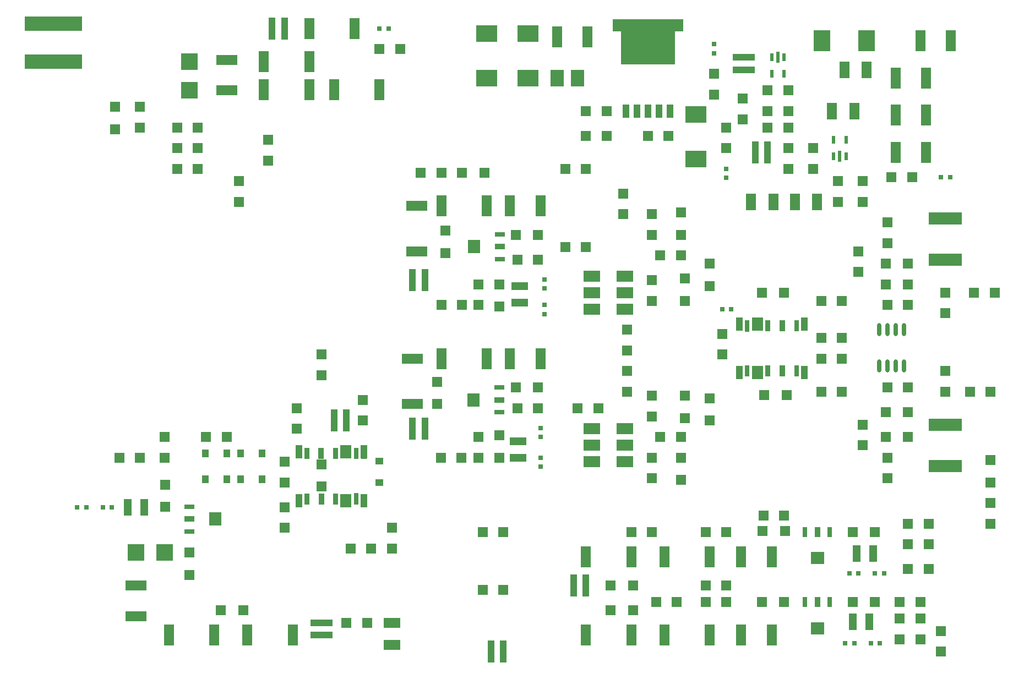
<source format=gtp>
G04 Layer_Color=8421504*
%FSLAX44Y44*%
%MOMM*%
G71*
G01*
G75*
%ADD11R,1.5240X1.5240*%
%ADD12R,1.5240X1.5240*%
%ADD13R,5.0800X1.9050*%
%ADD14R,0.7620X0.7620*%
%ADD15R,1.5240X3.1750*%
%ADD16R,1.5240X2.5400*%
%ADD17R,0.7620X0.7620*%
%ADD18R,3.1750X2.5400*%
%ADD19R,0.5080X1.2700*%
%ADD20R,0.6096X1.7780*%
%ADD21R,1.0160X3.4290*%
%ADD22R,1.2700X2.5400*%
%ADD23R,0.9144X1.5240*%
%ADD24R,0.7112X1.5240*%
%ADD25R,2.1590X1.2700*%
%ADD26R,1.5000X3.2000*%
%ADD27R,3.2000X1.5000*%
%ADD28R,2.5400X1.2700*%
%ADD29R,1.5240X0.9144*%
%ADD30R,1.5240X0.7112*%
%ADD31R,1.2700X2.1590*%
%ADD32R,2.5400X1.7780*%
%ADD33R,2.5400X1.5240*%
%ADD34R,3.1750X1.5240*%
%ADD35R,3.4290X1.0160*%
%ADD36R,2.5400X2.5400*%
%ADD37R,0.8000X1.8000*%
%ADD38R,1.0000X2.1000*%
%ADD39R,1.8000X2.1000*%
%ADD40R,1.0160X1.2700*%
%ADD41R,2.5400X3.1750*%
%ADD42R,2.0320X2.5400*%
%ADD43R,2.5400X2.5400*%
%ADD44C,0.1000*%
%ADD45R,8.8900X2.2860*%
%ADD46O,0.6096X2.0320*%
%ADD47R,1.2700X1.0160*%
%ADD48R,1.0668X2.1590*%
%ADD49R,8.3820X6.9850*%
%ADD50R,10.7950X1.9050*%
%ADD97R,1.2700X1.2700*%
%ADD118R,0.9652X2.0828*%
%ADD119R,0.9652X2.0574*%
%ADD120R,1.2700X3.0480*%
%ADD121R,1.3716X2.4384*%
%ADD122R,3.0988X2.4384*%
%ADD123R,0.9144X3.3020*%
%ADD124R,2.0320X1.9050*%
%ADD125R,0.8128X1.4224*%
%ADD126R,1.5240X3.0480*%
%ADD127R,3.0480X1.5240*%
%ADD128R,1.9050X2.0320*%
%ADD129R,1.4224X0.8128*%
%ADD130R,2.2860X1.5240*%
%ADD131R,2.4384X1.3716*%
%ADD132R,3.0480X1.2700*%
%ADD133R,3.3020X0.9144*%
%ADD134R,1.3970X1.9800*%
%ADD135R,0.8750X2.0000*%
%ADD136R,0.9000X2.0000*%
%ADD137R,0.8750X2.0250*%
%ADD138R,0.8500X1.9250*%
%ADD139R,0.8636X1.7780*%
%ADD140R,0.7620X1.6510*%
%ADD141R,0.7620X1.7780*%
%ADD142R,0.8890X1.7780*%
%ADD143R,1.3970X2.0320*%
%ADD144R,2.4384X3.0988*%
%ADD145R,1.7780X2.2860*%
%ADD146R,8.6360X2.0320*%
%ADD147R,0.8890X2.0320*%
D11*
X1407160Y628650D02*
D03*
X1441450D02*
D03*
X1568450Y292100D02*
D03*
Y326390D02*
D03*
X1407160Y361950D02*
D03*
X1441450D02*
D03*
Y400050D02*
D03*
X1407160D02*
D03*
X1098550Y605790D02*
D03*
Y571500D02*
D03*
X1136650Y628650D02*
D03*
Y594360D02*
D03*
X1092200Y707390D02*
D03*
Y673100D02*
D03*
X1390650Y215900D02*
D03*
X1356360D02*
D03*
Y107950D02*
D03*
X1390650D02*
D03*
X1250950D02*
D03*
X1216660D02*
D03*
X1252220Y217170D02*
D03*
X1217930D02*
D03*
X1092200Y330200D02*
D03*
Y295910D02*
D03*
X1098550Y391160D02*
D03*
Y425450D02*
D03*
X1136650Y387350D02*
D03*
Y421640D02*
D03*
X789940Y768350D02*
D03*
X755650D02*
D03*
X838200Y673100D02*
D03*
X872490D02*
D03*
X812800Y562610D02*
D03*
Y596900D02*
D03*
X838200Y438150D02*
D03*
X872490D02*
D03*
X812800Y330200D02*
D03*
Y364490D02*
D03*
X336550Y184150D02*
D03*
Y149860D02*
D03*
X299002Y254710D02*
D03*
X299000Y289000D02*
D03*
X222250Y869950D02*
D03*
Y835660D02*
D03*
X1441450Y596900D02*
D03*
X1407160D02*
D03*
X1543050Y584200D02*
D03*
X1574800D02*
D03*
X1409700Y565150D02*
D03*
X1441450D02*
D03*
Y628650D02*
D03*
X1407160D02*
D03*
X1447800Y762000D02*
D03*
X1416050D02*
D03*
X1568450Y431800D02*
D03*
X1536700D02*
D03*
X1428750Y107950D02*
D03*
X1460500D02*
D03*
X1473200Y158750D02*
D03*
X1441450D02*
D03*
Y361950D02*
D03*
X1407160D02*
D03*
Y400050D02*
D03*
X1441450D02*
D03*
X1409700Y438150D02*
D03*
X1441450D02*
D03*
X1257300Y895350D02*
D03*
X1225550D02*
D03*
X1073150Y825500D02*
D03*
X1041400D02*
D03*
X1308100Y571500D02*
D03*
X1339850D02*
D03*
Y514350D02*
D03*
X1308100D02*
D03*
Y482600D02*
D03*
X1339850D02*
D03*
X1225550Y838200D02*
D03*
X1257300D02*
D03*
Y863600D02*
D03*
X1225550D02*
D03*
X1092200Y641350D02*
D03*
X1060450D02*
D03*
X1016000Y215900D02*
D03*
X1047750D02*
D03*
X1356360D02*
D03*
X1390650D02*
D03*
Y107950D02*
D03*
X1356360D02*
D03*
X1216660D02*
D03*
X1250950D02*
D03*
X1219200Y241300D02*
D03*
X1250950D02*
D03*
X1217930Y217170D02*
D03*
X1252220D02*
D03*
X1130300Y215900D02*
D03*
X1162050D02*
D03*
Y133350D02*
D03*
X1130300D02*
D03*
Y107950D02*
D03*
X1162050D02*
D03*
X1085850D02*
D03*
X1054100D02*
D03*
X1220470Y426720D02*
D03*
X1254760D02*
D03*
X1308100Y431800D02*
D03*
X1339850D02*
D03*
X1092200Y361950D02*
D03*
X1060450D02*
D03*
X946150Y825500D02*
D03*
X977900D02*
D03*
Y863600D02*
D03*
X946150D02*
D03*
X723708Y565877D02*
D03*
X755458D02*
D03*
X755650Y768350D02*
D03*
X789940D02*
D03*
X723900D02*
D03*
X692150D02*
D03*
X914400Y774700D02*
D03*
X946150D02*
D03*
Y654050D02*
D03*
X914400D02*
D03*
X840740Y635000D02*
D03*
X872490D02*
D03*
Y673100D02*
D03*
X838200D02*
D03*
X1018540Y95250D02*
D03*
X984250D02*
D03*
Y133350D02*
D03*
X1018540D02*
D03*
X933450Y406400D02*
D03*
X965200D02*
D03*
X819150Y215900D02*
D03*
X787400D02*
D03*
Y127000D02*
D03*
X819150D02*
D03*
X872490Y438150D02*
D03*
X838200D02*
D03*
X872490Y406400D02*
D03*
X840740D02*
D03*
X754834Y330327D02*
D03*
X723084D02*
D03*
X660400Y958850D02*
D03*
X628650D02*
D03*
X317500Y774700D02*
D03*
X349250D02*
D03*
X615950Y190500D02*
D03*
X584200D02*
D03*
X609600Y76200D02*
D03*
X577850D02*
D03*
X419100Y95250D02*
D03*
X384810D02*
D03*
X228600Y330200D02*
D03*
X260350D02*
D03*
X361950Y361950D02*
D03*
X393700D02*
D03*
X1407160Y596900D02*
D03*
X1441450D02*
D03*
X1250950Y584200D02*
D03*
X1216660D02*
D03*
D12*
X1498600Y431800D02*
D03*
Y463550D02*
D03*
X1568450Y326390D02*
D03*
Y292100D02*
D03*
X1473200Y196850D02*
D03*
Y228600D02*
D03*
X1441450D02*
D03*
Y196850D02*
D03*
X1492250Y31750D02*
D03*
Y63500D02*
D03*
X1460500Y50800D02*
D03*
Y82550D02*
D03*
X1143000Y920750D02*
D03*
Y889000D02*
D03*
X1155700Y488950D02*
D03*
Y520700D02*
D03*
X1098550Y571500D02*
D03*
Y605790D02*
D03*
X1409700Y692150D02*
D03*
Y660400D02*
D03*
X1365250Y615950D02*
D03*
Y647700D02*
D03*
X1371600Y755650D02*
D03*
Y723900D02*
D03*
X1333500D02*
D03*
Y755650D02*
D03*
X1295400Y806450D02*
D03*
Y774700D02*
D03*
X1257300D02*
D03*
Y806450D02*
D03*
X1187450Y850900D02*
D03*
Y882650D02*
D03*
X1162050Y838200D02*
D03*
Y806450D02*
D03*
X1136650Y594360D02*
D03*
Y628650D02*
D03*
X1092200Y673100D02*
D03*
Y707390D02*
D03*
X1047750Y673100D02*
D03*
Y704850D02*
D03*
Y603250D02*
D03*
Y571500D02*
D03*
X1092200Y295910D02*
D03*
Y330200D02*
D03*
X1098550Y425450D02*
D03*
Y391160D02*
D03*
X1136650Y421640D02*
D03*
Y387350D02*
D03*
X1371600Y381000D02*
D03*
Y349250D02*
D03*
X1409700Y298450D02*
D03*
Y330200D02*
D03*
X1047750Y393700D02*
D03*
Y425450D02*
D03*
Y330200D02*
D03*
Y298450D02*
D03*
X1428750Y82550D02*
D03*
Y50800D02*
D03*
X1003300Y736600D02*
D03*
Y704850D02*
D03*
X1009650Y495300D02*
D03*
Y527050D02*
D03*
X730250Y679450D02*
D03*
Y645160D02*
D03*
X812800Y596900D02*
D03*
Y562610D02*
D03*
X781050Y596900D02*
D03*
Y565150D02*
D03*
X1009650Y431800D02*
D03*
Y463550D02*
D03*
X647700Y190500D02*
D03*
Y222250D02*
D03*
X717550Y447040D02*
D03*
Y412750D02*
D03*
X812800Y364490D02*
D03*
Y330200D02*
D03*
X781050D02*
D03*
Y361950D02*
D03*
X260350Y869950D02*
D03*
Y838200D02*
D03*
X349250D02*
D03*
Y806450D02*
D03*
X317500Y838200D02*
D03*
Y806450D02*
D03*
X412750Y723900D02*
D03*
Y755650D02*
D03*
X457200Y819150D02*
D03*
Y787400D02*
D03*
X336550Y149860D02*
D03*
Y184150D02*
D03*
X299000Y289000D02*
D03*
Y254710D02*
D03*
X298450Y361950D02*
D03*
Y330200D02*
D03*
X501650Y406400D02*
D03*
Y374650D02*
D03*
X539750Y457200D02*
D03*
Y488950D02*
D03*
X603250Y387350D02*
D03*
Y419100D02*
D03*
X539090Y320040D02*
D03*
Y285750D02*
D03*
X482600Y254000D02*
D03*
Y222250D02*
D03*
Y323850D02*
D03*
Y292100D02*
D03*
X222250Y835660D02*
D03*
Y869950D02*
D03*
X1568450Y228600D02*
D03*
Y260350D02*
D03*
X1498600Y552450D02*
D03*
Y584200D02*
D03*
D13*
Y381000D02*
D03*
Y317500D02*
D03*
Y698500D02*
D03*
Y635000D02*
D03*
D14*
X1143000Y966470D02*
D03*
Y952500D02*
D03*
X1162050Y760730D02*
D03*
Y774700D02*
D03*
X882650Y590550D02*
D03*
Y604520D02*
D03*
Y551180D02*
D03*
Y565150D02*
D03*
X876300Y375920D02*
D03*
Y361950D02*
D03*
Y316230D02*
D03*
Y330200D02*
D03*
D15*
X1422400Y914400D02*
D03*
X1469390D02*
D03*
X1422400Y857250D02*
D03*
X1469390D02*
D03*
Y800100D02*
D03*
X1422400D02*
D03*
X1231900Y177800D02*
D03*
X1184910D02*
D03*
X1231900Y57150D02*
D03*
X1184910D02*
D03*
X901700Y977900D02*
D03*
X948690D02*
D03*
X876300Y717550D02*
D03*
X829310D02*
D03*
X876300Y482600D02*
D03*
X829310D02*
D03*
X1460500Y971550D02*
D03*
X1507490D02*
D03*
D16*
X1301750Y723900D02*
D03*
X1267460D02*
D03*
X1324610Y863600D02*
D03*
X1358900D02*
D03*
X1200150Y723900D02*
D03*
X1234440D02*
D03*
X1343660Y927100D02*
D03*
X1377950D02*
D03*
D17*
X1155700Y558800D02*
D03*
X1169670D02*
D03*
X1398270Y44450D02*
D03*
X1384300D02*
D03*
X1344930D02*
D03*
X1358900D02*
D03*
X642620Y990600D02*
D03*
X628650D02*
D03*
X177800Y254000D02*
D03*
X163830D02*
D03*
X203200D02*
D03*
X217170D02*
D03*
X1365250Y152400D02*
D03*
X1351280D02*
D03*
X1492250Y762000D02*
D03*
X1506220D02*
D03*
X1404620Y152400D02*
D03*
X1390650D02*
D03*
D18*
X1115060Y858520D02*
D03*
Y789940D02*
D03*
X793750Y982980D02*
D03*
Y914400D02*
D03*
X857250D02*
D03*
Y982980D02*
D03*
D19*
X1327150Y793750D02*
D03*
X1346200D02*
D03*
X1327150Y819150D02*
D03*
X1346200D02*
D03*
X1231900Y920750D02*
D03*
X1250950D02*
D03*
X1231900Y946150D02*
D03*
X1250950D02*
D03*
D20*
X1336548Y793750D02*
D03*
X1241552Y946150D02*
D03*
D21*
X1225550Y800100D02*
D03*
X1206500D02*
D03*
X698500Y603250D02*
D03*
X679450D02*
D03*
X946150Y133350D02*
D03*
X927100D02*
D03*
X698500Y374650D02*
D03*
X679450D02*
D03*
X819150Y31750D02*
D03*
X800100D02*
D03*
X463550Y990600D02*
D03*
X482600D02*
D03*
X558800Y387350D02*
D03*
X577850D02*
D03*
D22*
X1356360Y77470D02*
D03*
X1381760D02*
D03*
X266700Y254000D02*
D03*
X241300D02*
D03*
X1362710Y182880D02*
D03*
X1388110D02*
D03*
D23*
X1302050Y108000D02*
D03*
X1302000Y216000D02*
D03*
D24*
X1283000Y108000D02*
D03*
X1321100D02*
D03*
X1282950Y216000D02*
D03*
X1321050D02*
D03*
D25*
X1302050Y69900D02*
D03*
X1302000Y177900D02*
D03*
D26*
X1066800Y57150D02*
D03*
X1136650D02*
D03*
X723900Y717550D02*
D03*
X793750D02*
D03*
Y482600D02*
D03*
X723900D02*
D03*
X946150Y177800D02*
D03*
X1016000D02*
D03*
X946150Y57150D02*
D03*
X1016000D02*
D03*
X520700Y990600D02*
D03*
X590550D02*
D03*
X450850Y939800D02*
D03*
X520700D02*
D03*
X520667Y896260D02*
D03*
X450817D02*
D03*
X628795Y896105D02*
D03*
X558945D02*
D03*
X425450Y57150D02*
D03*
X495300D02*
D03*
X374650D02*
D03*
X304800D02*
D03*
X1066800Y177800D02*
D03*
X1136650D02*
D03*
D27*
X685800Y647700D02*
D03*
Y717550D02*
D03*
X679450Y412750D02*
D03*
Y482600D02*
D03*
D28*
X844550Y568960D02*
D03*
Y594360D02*
D03*
X842010Y330200D02*
D03*
Y355600D02*
D03*
D29*
X814000Y655000D02*
D03*
X813000Y419000D02*
D03*
X335900Y236000D02*
D03*
D30*
X814000Y674050D02*
D03*
Y635950D02*
D03*
X813000Y438050D02*
D03*
Y399950D02*
D03*
X335900Y216950D02*
D03*
Y255050D02*
D03*
D31*
X775900Y655000D02*
D03*
X774900Y419000D02*
D03*
X374000Y236000D02*
D03*
D32*
X1005840Y323850D02*
D03*
X955040Y374650D02*
D03*
Y349250D02*
D03*
Y323850D02*
D03*
X1005840Y374650D02*
D03*
Y349250D02*
D03*
Y584200D02*
D03*
Y609600D02*
D03*
X955040Y558800D02*
D03*
Y584200D02*
D03*
Y609600D02*
D03*
X1005840Y558800D02*
D03*
D33*
X647700Y41910D02*
D03*
Y76200D02*
D03*
D34*
X393700Y895350D02*
D03*
Y942340D02*
D03*
X254000Y86360D02*
D03*
Y133350D02*
D03*
D35*
X539750Y76200D02*
D03*
Y57150D02*
D03*
X1188720Y946150D02*
D03*
Y927100D02*
D03*
D36*
X254000Y184150D02*
D03*
X298450D02*
D03*
D37*
X561090Y266550D02*
D03*
X517090D02*
D03*
X539090D02*
D03*
X593090D02*
D03*
Y336550D02*
D03*
X517090D02*
D03*
X539090D02*
D03*
X561090D02*
D03*
X1225800Y463550D02*
D03*
X1247800D02*
D03*
X1269800D02*
D03*
X1193800D02*
D03*
Y533550D02*
D03*
X1247800D02*
D03*
X1269800D02*
D03*
X1225800D02*
D03*
D38*
X505090Y339050D02*
D03*
Y264050D02*
D03*
X605090D02*
D03*
Y339050D02*
D03*
X1281800Y461050D02*
D03*
X1181800D02*
D03*
X1281800Y536050D02*
D03*
X1181800D02*
D03*
D39*
X577090Y264050D02*
D03*
Y339050D02*
D03*
X1209800Y461050D02*
D03*
Y536050D02*
D03*
D40*
X448310Y336550D02*
D03*
X415290D02*
D03*
Y297180D02*
D03*
X448310D02*
D03*
X360680D02*
D03*
X393700D02*
D03*
X360680Y336550D02*
D03*
X393700D02*
D03*
D41*
X1309370Y971550D02*
D03*
X1377950D02*
D03*
D42*
X933450Y914400D02*
D03*
X901700D02*
D03*
D43*
X336550Y895350D02*
D03*
Y939800D02*
D03*
D44*
X634960Y448270D02*
D03*
Y466270D02*
D03*
X628960Y457270D02*
D03*
D45*
X127000Y939800D02*
D03*
Y998300D02*
D03*
D46*
X1435100Y471170D02*
D03*
X1422400D02*
D03*
X1409700D02*
D03*
X1397000D02*
D03*
Y527050D02*
D03*
X1409700D02*
D03*
X1422400D02*
D03*
X1435100D02*
D03*
D47*
X628650Y292100D02*
D03*
Y325120D02*
D03*
D48*
X1041400Y863600D02*
D03*
X1024382D02*
D03*
X1007364D02*
D03*
X1058418D02*
D03*
X1075436D02*
D03*
D49*
X1041400Y970280D02*
D03*
D50*
Y995680D02*
D03*
D97*
X1543050Y584200D02*
D03*
X1574800D02*
D03*
X1409700Y565150D02*
D03*
X1441450D02*
D03*
X1447800Y762000D02*
D03*
X1416050D02*
D03*
X1568450Y431800D02*
D03*
X1536700D02*
D03*
X1498600D02*
D03*
Y463550D02*
D03*
X1473200Y196850D02*
D03*
Y228600D02*
D03*
X1441450D02*
D03*
Y196850D02*
D03*
X1428750Y107950D02*
D03*
X1460500D02*
D03*
X1473200Y158750D02*
D03*
X1441450D02*
D03*
X1409700Y438150D02*
D03*
X1441450D02*
D03*
X1460500Y50800D02*
D03*
Y82550D02*
D03*
X1143000Y920750D02*
D03*
Y889000D02*
D03*
X1257300Y895350D02*
D03*
X1225550D02*
D03*
X1155700Y488950D02*
D03*
Y520700D02*
D03*
X1073150Y825500D02*
D03*
X1041400D02*
D03*
X1409700Y692150D02*
D03*
Y660400D02*
D03*
X1365250Y615950D02*
D03*
Y647700D02*
D03*
X1308100Y571500D02*
D03*
X1339850D02*
D03*
Y514350D02*
D03*
X1308100D02*
D03*
Y482600D02*
D03*
X1339850D02*
D03*
X1371600Y755650D02*
D03*
Y723900D02*
D03*
X1333500D02*
D03*
Y755650D02*
D03*
X1295400Y806450D02*
D03*
Y774700D02*
D03*
X1257300D02*
D03*
Y806450D02*
D03*
X1225550Y838200D02*
D03*
X1257300D02*
D03*
Y863600D02*
D03*
X1225550D02*
D03*
X1187450Y850900D02*
D03*
Y882650D02*
D03*
X1162050Y838200D02*
D03*
Y806450D02*
D03*
X1047750Y673100D02*
D03*
Y704850D02*
D03*
X1092200Y641350D02*
D03*
X1060450D02*
D03*
X1047750Y603250D02*
D03*
Y571500D02*
D03*
X1016000Y215900D02*
D03*
X1047750D02*
D03*
X1219200Y241300D02*
D03*
X1250950D02*
D03*
X1130300Y215900D02*
D03*
X1162050D02*
D03*
Y133350D02*
D03*
X1130300D02*
D03*
Y107950D02*
D03*
X1162050D02*
D03*
X1085850D02*
D03*
X1054100D02*
D03*
X1308100Y431800D02*
D03*
X1339850D02*
D03*
X1371600Y381000D02*
D03*
Y349250D02*
D03*
X1409700Y298450D02*
D03*
Y330200D02*
D03*
X1047750Y393700D02*
D03*
Y425450D02*
D03*
X1092200Y361950D02*
D03*
X1060450D02*
D03*
X1047750Y330200D02*
D03*
Y298450D02*
D03*
X1428750Y82550D02*
D03*
Y50800D02*
D03*
X1003300Y736600D02*
D03*
Y704850D02*
D03*
X946150Y825500D02*
D03*
X977900D02*
D03*
Y863600D02*
D03*
X946150D02*
D03*
X1009650Y495300D02*
D03*
Y527050D02*
D03*
X723708Y565877D02*
D03*
X755458D02*
D03*
X723900Y768350D02*
D03*
X692150D02*
D03*
X914400Y774700D02*
D03*
X946150D02*
D03*
Y654050D02*
D03*
X914400D02*
D03*
X840740Y635000D02*
D03*
X872490D02*
D03*
X781050Y596900D02*
D03*
Y565150D02*
D03*
X933450Y406400D02*
D03*
X965200D02*
D03*
X1009650Y431800D02*
D03*
Y463550D02*
D03*
X647700Y190500D02*
D03*
Y222250D02*
D03*
X819150Y215900D02*
D03*
X787400D02*
D03*
Y127000D02*
D03*
X819150D02*
D03*
X872490Y406400D02*
D03*
X840740D02*
D03*
X781050Y330200D02*
D03*
Y361950D02*
D03*
X754834Y330327D02*
D03*
X723084D02*
D03*
X260350Y869950D02*
D03*
Y838200D02*
D03*
X660400Y958850D02*
D03*
X628650D02*
D03*
X349250Y838200D02*
D03*
Y806450D02*
D03*
X317500Y838200D02*
D03*
Y806450D02*
D03*
Y774700D02*
D03*
X349250D02*
D03*
X412750Y723900D02*
D03*
Y755650D02*
D03*
X457200Y819150D02*
D03*
Y787400D02*
D03*
X615950Y190500D02*
D03*
X584200D02*
D03*
X609600Y76200D02*
D03*
X577850D02*
D03*
X228600Y330200D02*
D03*
X260350D02*
D03*
X298450Y361950D02*
D03*
Y330200D02*
D03*
X501650Y406400D02*
D03*
Y374650D02*
D03*
X539750Y457200D02*
D03*
Y488950D02*
D03*
X603250Y387350D02*
D03*
Y419100D02*
D03*
X482600Y254000D02*
D03*
Y222250D02*
D03*
Y323850D02*
D03*
Y292100D02*
D03*
X361950Y361950D02*
D03*
X393700D02*
D03*
X1498600Y552450D02*
D03*
Y584200D02*
D03*
D118*
X1041400Y863600D02*
D03*
D119*
X1024382Y863473D02*
D03*
D120*
X1469390Y914400D02*
D03*
X1422400D02*
D03*
X1469390Y857250D02*
D03*
X1422400D02*
D03*
X1469390Y800100D02*
D03*
X1422400D02*
D03*
X1184910Y177800D02*
D03*
X1231900D02*
D03*
X1184910Y57150D02*
D03*
X1231900D02*
D03*
X948690Y977900D02*
D03*
X901700D02*
D03*
X829310Y717550D02*
D03*
X876300D02*
D03*
X829310Y482600D02*
D03*
X876300D02*
D03*
X1507490Y971550D02*
D03*
X1460500D02*
D03*
D121*
X1267460Y723900D02*
D03*
X1301750D02*
D03*
X1358900Y863600D02*
D03*
X1324610D02*
D03*
X1234440Y723900D02*
D03*
X1200150D02*
D03*
X1377950Y927100D02*
D03*
X1343660D02*
D03*
D122*
X1115060Y858520D02*
D03*
Y789940D02*
D03*
X793750Y982980D02*
D03*
Y914400D02*
D03*
X857250D02*
D03*
Y982980D02*
D03*
D123*
X1225550Y800100D02*
D03*
X1206500D02*
D03*
X698500Y603250D02*
D03*
X679450D02*
D03*
X946150Y133350D02*
D03*
X927100D02*
D03*
X698500Y374650D02*
D03*
X679450D02*
D03*
X819150Y31750D02*
D03*
X800100D02*
D03*
X463550Y990600D02*
D03*
X482600D02*
D03*
X558800Y387350D02*
D03*
X577850D02*
D03*
D124*
X1302050Y67995D02*
D03*
X1302000Y175995D02*
D03*
D125*
X1302050Y108000D02*
D03*
X1302000Y216000D02*
D03*
D126*
X1136650Y57150D02*
D03*
X1066800D02*
D03*
X793750Y717550D02*
D03*
X723900D02*
D03*
Y482600D02*
D03*
X793750D02*
D03*
X1016000Y177800D02*
D03*
X946150D02*
D03*
X1016000Y57150D02*
D03*
X946150D02*
D03*
X590550Y990600D02*
D03*
X520700D02*
D03*
Y939800D02*
D03*
X450850D02*
D03*
X450817Y896260D02*
D03*
X520667D02*
D03*
X558945Y896105D02*
D03*
X628795D02*
D03*
X495300Y57150D02*
D03*
X425450D02*
D03*
X304800D02*
D03*
X374650D02*
D03*
X1136650Y177800D02*
D03*
X1066800D02*
D03*
D127*
X685800Y717550D02*
D03*
Y647700D02*
D03*
X679450Y482600D02*
D03*
Y412750D02*
D03*
D128*
X773995Y655003D02*
D03*
X772995Y418996D02*
D03*
X375905Y236000D02*
D03*
D129*
X814000Y655003D02*
D03*
X813000Y418997D02*
D03*
X335900Y236000D02*
D03*
D130*
X955040Y323850D02*
D03*
X1005840Y374650D02*
D03*
Y349250D02*
D03*
Y323850D02*
D03*
X955040Y374650D02*
D03*
Y349250D02*
D03*
Y584200D02*
D03*
Y609600D02*
D03*
X1005840Y558800D02*
D03*
Y584200D02*
D03*
Y609600D02*
D03*
X955040Y558800D02*
D03*
D131*
X647700Y76200D02*
D03*
Y41910D02*
D03*
D132*
X393700Y942340D02*
D03*
Y895350D02*
D03*
X254000Y133350D02*
D03*
Y86360D02*
D03*
D133*
X539750Y76200D02*
D03*
Y57150D02*
D03*
X1188720Y946150D02*
D03*
Y927100D02*
D03*
D134*
X577215Y263900D02*
D03*
X1209675Y536200D02*
D03*
D135*
X504716Y339050D02*
D03*
X1282175Y461050D02*
D03*
D136*
X505090Y264051D02*
D03*
X1281800Y536050D02*
D03*
D137*
X604965Y338925D02*
D03*
X1181925Y461175D02*
D03*
D138*
X604838Y263677D02*
D03*
X1182050Y536425D02*
D03*
D139*
X538988Y336550D02*
D03*
X1247902Y463550D02*
D03*
D140*
X593090Y267335D02*
D03*
X1193800Y532765D02*
D03*
D141*
X593090Y336550D02*
D03*
X561340D02*
D03*
X516890D02*
D03*
Y266700D02*
D03*
X561340D02*
D03*
X1225550Y533400D02*
D03*
X1270000D02*
D03*
Y463550D02*
D03*
X1225550D02*
D03*
X1193800D02*
D03*
D142*
X539115Y266700D02*
D03*
X1247775Y533400D02*
D03*
D143*
X577215Y339090D02*
D03*
X1209675Y461010D02*
D03*
D144*
X1309370Y971550D02*
D03*
X1377950D02*
D03*
D145*
X933450Y914400D02*
D03*
X901700D02*
D03*
D146*
X127000Y939800D02*
D03*
Y998220D02*
D03*
D147*
X1007745Y863600D02*
D03*
X1024255D02*
D03*
X1058545D02*
D03*
X1075055D02*
D03*
X1041527D02*
D03*
M02*

</source>
